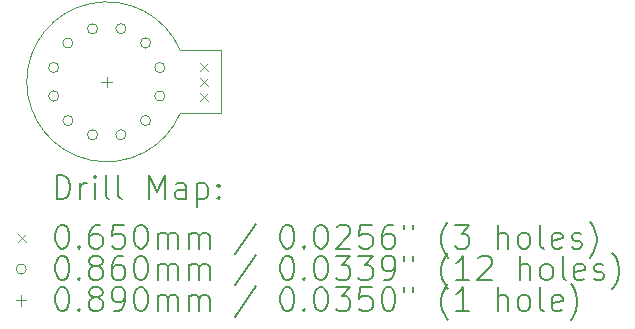
<source format=gbr>
%TF.GenerationSoftware,KiCad,Pcbnew,(6.0.8)*%
%TF.CreationDate,2023-03-18T01:03:17+01:00*%
%TF.ProjectId,ROTARY_SW,524f5441-5259-45f5-9357-2e6b69636164,rev?*%
%TF.SameCoordinates,Original*%
%TF.FileFunction,Drillmap*%
%TF.FilePolarity,Positive*%
%FSLAX45Y45*%
G04 Gerber Fmt 4.5, Leading zero omitted, Abs format (unit mm)*
G04 Created by KiCad (PCBNEW (6.0.8)) date 2023-03-18 01:03:17*
%MOMM*%
%LPD*%
G01*
G04 APERTURE LIST*
%ADD10C,0.100000*%
%ADD11C,0.200000*%
%ADD12C,0.065000*%
%ADD13C,0.086000*%
%ADD14C,0.089000*%
G04 APERTURE END LIST*
D10*
X9448800Y-3441700D02*
X9448800Y-3975100D01*
X9448800Y-3975100D02*
X9105900Y-3975100D01*
X9105900Y-3441700D02*
G75*
G03*
X9105900Y-3975100I-622300J-266700D01*
G01*
X9105900Y-3441700D02*
X9448800Y-3441700D01*
D11*
D12*
X9276600Y-3548900D02*
X9341600Y-3613900D01*
X9341600Y-3548900D02*
X9276600Y-3613900D01*
X9276600Y-3675900D02*
X9341600Y-3740900D01*
X9341600Y-3675900D02*
X9276600Y-3740900D01*
X9276600Y-3802900D02*
X9341600Y-3867900D01*
X9341600Y-3802900D02*
X9276600Y-3867900D01*
D13*
X8077444Y-3588049D02*
G75*
G03*
X8077444Y-3588049I-43000J0D01*
G01*
X8077444Y-3828751D02*
G75*
G03*
X8077444Y-3828751I-43000J0D01*
G01*
X8197795Y-3379595D02*
G75*
G03*
X8197795Y-3379595I-43000J0D01*
G01*
X8197795Y-4037205D02*
G75*
G03*
X8197795Y-4037205I-43000J0D01*
G01*
X8406249Y-3259244D02*
G75*
G03*
X8406249Y-3259244I-43000J0D01*
G01*
X8406249Y-4157556D02*
G75*
G03*
X8406249Y-4157556I-43000J0D01*
G01*
X8646951Y-3259244D02*
G75*
G03*
X8646951Y-3259244I-43000J0D01*
G01*
X8646951Y-4157556D02*
G75*
G03*
X8646951Y-4157556I-43000J0D01*
G01*
X8855405Y-3379595D02*
G75*
G03*
X8855405Y-3379595I-43000J0D01*
G01*
X8855405Y-4037205D02*
G75*
G03*
X8855405Y-4037205I-43000J0D01*
G01*
X8975756Y-3588049D02*
G75*
G03*
X8975756Y-3588049I-43000J0D01*
G01*
X8975756Y-3828751D02*
G75*
G03*
X8975756Y-3828751I-43000J0D01*
G01*
D14*
X8483600Y-3663900D02*
X8483600Y-3752900D01*
X8439100Y-3708400D02*
X8528100Y-3708400D01*
D11*
X8059177Y-4700918D02*
X8059177Y-4500918D01*
X8106796Y-4500918D01*
X8135367Y-4510442D01*
X8154415Y-4529490D01*
X8163939Y-4548537D01*
X8173462Y-4586633D01*
X8173462Y-4615204D01*
X8163939Y-4653299D01*
X8154415Y-4672347D01*
X8135367Y-4691395D01*
X8106796Y-4700918D01*
X8059177Y-4700918D01*
X8259177Y-4700918D02*
X8259177Y-4567585D01*
X8259177Y-4605680D02*
X8268701Y-4586633D01*
X8278224Y-4577109D01*
X8297272Y-4567585D01*
X8316320Y-4567585D01*
X8382986Y-4700918D02*
X8382986Y-4567585D01*
X8382986Y-4500918D02*
X8373462Y-4510442D01*
X8382986Y-4519966D01*
X8392510Y-4510442D01*
X8382986Y-4500918D01*
X8382986Y-4519966D01*
X8506796Y-4700918D02*
X8487748Y-4691395D01*
X8478224Y-4672347D01*
X8478224Y-4500918D01*
X8611558Y-4700918D02*
X8592510Y-4691395D01*
X8582986Y-4672347D01*
X8582986Y-4500918D01*
X8840129Y-4700918D02*
X8840129Y-4500918D01*
X8906796Y-4643776D01*
X8973463Y-4500918D01*
X8973463Y-4700918D01*
X9154415Y-4700918D02*
X9154415Y-4596156D01*
X9144891Y-4577109D01*
X9125844Y-4567585D01*
X9087748Y-4567585D01*
X9068701Y-4577109D01*
X9154415Y-4691395D02*
X9135367Y-4700918D01*
X9087748Y-4700918D01*
X9068701Y-4691395D01*
X9059177Y-4672347D01*
X9059177Y-4653299D01*
X9068701Y-4634252D01*
X9087748Y-4624728D01*
X9135367Y-4624728D01*
X9154415Y-4615204D01*
X9249653Y-4567585D02*
X9249653Y-4767585D01*
X9249653Y-4577109D02*
X9268701Y-4567585D01*
X9306796Y-4567585D01*
X9325844Y-4577109D01*
X9335367Y-4586633D01*
X9344891Y-4605680D01*
X9344891Y-4662823D01*
X9335367Y-4681871D01*
X9325844Y-4691395D01*
X9306796Y-4700918D01*
X9268701Y-4700918D01*
X9249653Y-4691395D01*
X9430605Y-4681871D02*
X9440129Y-4691395D01*
X9430605Y-4700918D01*
X9421082Y-4691395D01*
X9430605Y-4681871D01*
X9430605Y-4700918D01*
X9430605Y-4577109D02*
X9440129Y-4586633D01*
X9430605Y-4596156D01*
X9421082Y-4586633D01*
X9430605Y-4577109D01*
X9430605Y-4596156D01*
D12*
X7736558Y-4997942D02*
X7801558Y-5062942D01*
X7801558Y-4997942D02*
X7736558Y-5062942D01*
D11*
X8097272Y-4920918D02*
X8116320Y-4920918D01*
X8135367Y-4930442D01*
X8144891Y-4939966D01*
X8154415Y-4959014D01*
X8163939Y-4997109D01*
X8163939Y-5044728D01*
X8154415Y-5082823D01*
X8144891Y-5101871D01*
X8135367Y-5111395D01*
X8116320Y-5120918D01*
X8097272Y-5120918D01*
X8078224Y-5111395D01*
X8068701Y-5101871D01*
X8059177Y-5082823D01*
X8049653Y-5044728D01*
X8049653Y-4997109D01*
X8059177Y-4959014D01*
X8068701Y-4939966D01*
X8078224Y-4930442D01*
X8097272Y-4920918D01*
X8249653Y-5101871D02*
X8259177Y-5111395D01*
X8249653Y-5120918D01*
X8240129Y-5111395D01*
X8249653Y-5101871D01*
X8249653Y-5120918D01*
X8430605Y-4920918D02*
X8392510Y-4920918D01*
X8373462Y-4930442D01*
X8363939Y-4939966D01*
X8344891Y-4968537D01*
X8335367Y-5006633D01*
X8335367Y-5082823D01*
X8344891Y-5101871D01*
X8354415Y-5111395D01*
X8373462Y-5120918D01*
X8411558Y-5120918D01*
X8430605Y-5111395D01*
X8440129Y-5101871D01*
X8449653Y-5082823D01*
X8449653Y-5035204D01*
X8440129Y-5016156D01*
X8430605Y-5006633D01*
X8411558Y-4997109D01*
X8373462Y-4997109D01*
X8354415Y-5006633D01*
X8344891Y-5016156D01*
X8335367Y-5035204D01*
X8630605Y-4920918D02*
X8535367Y-4920918D01*
X8525844Y-5016156D01*
X8535367Y-5006633D01*
X8554415Y-4997109D01*
X8602034Y-4997109D01*
X8621082Y-5006633D01*
X8630605Y-5016156D01*
X8640129Y-5035204D01*
X8640129Y-5082823D01*
X8630605Y-5101871D01*
X8621082Y-5111395D01*
X8602034Y-5120918D01*
X8554415Y-5120918D01*
X8535367Y-5111395D01*
X8525844Y-5101871D01*
X8763939Y-4920918D02*
X8782986Y-4920918D01*
X8802034Y-4930442D01*
X8811558Y-4939966D01*
X8821082Y-4959014D01*
X8830605Y-4997109D01*
X8830605Y-5044728D01*
X8821082Y-5082823D01*
X8811558Y-5101871D01*
X8802034Y-5111395D01*
X8782986Y-5120918D01*
X8763939Y-5120918D01*
X8744891Y-5111395D01*
X8735367Y-5101871D01*
X8725844Y-5082823D01*
X8716320Y-5044728D01*
X8716320Y-4997109D01*
X8725844Y-4959014D01*
X8735367Y-4939966D01*
X8744891Y-4930442D01*
X8763939Y-4920918D01*
X8916320Y-5120918D02*
X8916320Y-4987585D01*
X8916320Y-5006633D02*
X8925844Y-4997109D01*
X8944891Y-4987585D01*
X8973463Y-4987585D01*
X8992510Y-4997109D01*
X9002034Y-5016156D01*
X9002034Y-5120918D01*
X9002034Y-5016156D02*
X9011558Y-4997109D01*
X9030605Y-4987585D01*
X9059177Y-4987585D01*
X9078224Y-4997109D01*
X9087748Y-5016156D01*
X9087748Y-5120918D01*
X9182986Y-5120918D02*
X9182986Y-4987585D01*
X9182986Y-5006633D02*
X9192510Y-4997109D01*
X9211558Y-4987585D01*
X9240129Y-4987585D01*
X9259177Y-4997109D01*
X9268701Y-5016156D01*
X9268701Y-5120918D01*
X9268701Y-5016156D02*
X9278224Y-4997109D01*
X9297272Y-4987585D01*
X9325844Y-4987585D01*
X9344891Y-4997109D01*
X9354415Y-5016156D01*
X9354415Y-5120918D01*
X9744891Y-4911395D02*
X9573463Y-5168537D01*
X10002034Y-4920918D02*
X10021082Y-4920918D01*
X10040129Y-4930442D01*
X10049653Y-4939966D01*
X10059177Y-4959014D01*
X10068701Y-4997109D01*
X10068701Y-5044728D01*
X10059177Y-5082823D01*
X10049653Y-5101871D01*
X10040129Y-5111395D01*
X10021082Y-5120918D01*
X10002034Y-5120918D01*
X9982986Y-5111395D01*
X9973463Y-5101871D01*
X9963939Y-5082823D01*
X9954415Y-5044728D01*
X9954415Y-4997109D01*
X9963939Y-4959014D01*
X9973463Y-4939966D01*
X9982986Y-4930442D01*
X10002034Y-4920918D01*
X10154415Y-5101871D02*
X10163939Y-5111395D01*
X10154415Y-5120918D01*
X10144891Y-5111395D01*
X10154415Y-5101871D01*
X10154415Y-5120918D01*
X10287748Y-4920918D02*
X10306796Y-4920918D01*
X10325844Y-4930442D01*
X10335367Y-4939966D01*
X10344891Y-4959014D01*
X10354415Y-4997109D01*
X10354415Y-5044728D01*
X10344891Y-5082823D01*
X10335367Y-5101871D01*
X10325844Y-5111395D01*
X10306796Y-5120918D01*
X10287748Y-5120918D01*
X10268701Y-5111395D01*
X10259177Y-5101871D01*
X10249653Y-5082823D01*
X10240129Y-5044728D01*
X10240129Y-4997109D01*
X10249653Y-4959014D01*
X10259177Y-4939966D01*
X10268701Y-4930442D01*
X10287748Y-4920918D01*
X10430605Y-4939966D02*
X10440129Y-4930442D01*
X10459177Y-4920918D01*
X10506796Y-4920918D01*
X10525844Y-4930442D01*
X10535367Y-4939966D01*
X10544891Y-4959014D01*
X10544891Y-4978061D01*
X10535367Y-5006633D01*
X10421082Y-5120918D01*
X10544891Y-5120918D01*
X10725844Y-4920918D02*
X10630605Y-4920918D01*
X10621082Y-5016156D01*
X10630605Y-5006633D01*
X10649653Y-4997109D01*
X10697272Y-4997109D01*
X10716320Y-5006633D01*
X10725844Y-5016156D01*
X10735367Y-5035204D01*
X10735367Y-5082823D01*
X10725844Y-5101871D01*
X10716320Y-5111395D01*
X10697272Y-5120918D01*
X10649653Y-5120918D01*
X10630605Y-5111395D01*
X10621082Y-5101871D01*
X10906796Y-4920918D02*
X10868701Y-4920918D01*
X10849653Y-4930442D01*
X10840129Y-4939966D01*
X10821082Y-4968537D01*
X10811558Y-5006633D01*
X10811558Y-5082823D01*
X10821082Y-5101871D01*
X10830605Y-5111395D01*
X10849653Y-5120918D01*
X10887748Y-5120918D01*
X10906796Y-5111395D01*
X10916320Y-5101871D01*
X10925844Y-5082823D01*
X10925844Y-5035204D01*
X10916320Y-5016156D01*
X10906796Y-5006633D01*
X10887748Y-4997109D01*
X10849653Y-4997109D01*
X10830605Y-5006633D01*
X10821082Y-5016156D01*
X10811558Y-5035204D01*
X11002034Y-4920918D02*
X11002034Y-4959014D01*
X11078224Y-4920918D02*
X11078224Y-4959014D01*
X11373462Y-5197109D02*
X11363939Y-5187585D01*
X11344891Y-5159014D01*
X11335367Y-5139966D01*
X11325843Y-5111395D01*
X11316320Y-5063776D01*
X11316320Y-5025680D01*
X11325843Y-4978061D01*
X11335367Y-4949490D01*
X11344891Y-4930442D01*
X11363939Y-4901871D01*
X11373462Y-4892347D01*
X11430605Y-4920918D02*
X11554415Y-4920918D01*
X11487748Y-4997109D01*
X11516320Y-4997109D01*
X11535367Y-5006633D01*
X11544891Y-5016156D01*
X11554415Y-5035204D01*
X11554415Y-5082823D01*
X11544891Y-5101871D01*
X11535367Y-5111395D01*
X11516320Y-5120918D01*
X11459177Y-5120918D01*
X11440129Y-5111395D01*
X11430605Y-5101871D01*
X11792510Y-5120918D02*
X11792510Y-4920918D01*
X11878224Y-5120918D02*
X11878224Y-5016156D01*
X11868701Y-4997109D01*
X11849653Y-4987585D01*
X11821082Y-4987585D01*
X11802034Y-4997109D01*
X11792510Y-5006633D01*
X12002034Y-5120918D02*
X11982986Y-5111395D01*
X11973462Y-5101871D01*
X11963939Y-5082823D01*
X11963939Y-5025680D01*
X11973462Y-5006633D01*
X11982986Y-4997109D01*
X12002034Y-4987585D01*
X12030605Y-4987585D01*
X12049653Y-4997109D01*
X12059177Y-5006633D01*
X12068701Y-5025680D01*
X12068701Y-5082823D01*
X12059177Y-5101871D01*
X12049653Y-5111395D01*
X12030605Y-5120918D01*
X12002034Y-5120918D01*
X12182986Y-5120918D02*
X12163939Y-5111395D01*
X12154415Y-5092347D01*
X12154415Y-4920918D01*
X12335367Y-5111395D02*
X12316320Y-5120918D01*
X12278224Y-5120918D01*
X12259177Y-5111395D01*
X12249653Y-5092347D01*
X12249653Y-5016156D01*
X12259177Y-4997109D01*
X12278224Y-4987585D01*
X12316320Y-4987585D01*
X12335367Y-4997109D01*
X12344891Y-5016156D01*
X12344891Y-5035204D01*
X12249653Y-5054252D01*
X12421082Y-5111395D02*
X12440129Y-5120918D01*
X12478224Y-5120918D01*
X12497272Y-5111395D01*
X12506796Y-5092347D01*
X12506796Y-5082823D01*
X12497272Y-5063776D01*
X12478224Y-5054252D01*
X12449653Y-5054252D01*
X12430605Y-5044728D01*
X12421082Y-5025680D01*
X12421082Y-5016156D01*
X12430605Y-4997109D01*
X12449653Y-4987585D01*
X12478224Y-4987585D01*
X12497272Y-4997109D01*
X12573462Y-5197109D02*
X12582986Y-5187585D01*
X12602034Y-5159014D01*
X12611558Y-5139966D01*
X12621082Y-5111395D01*
X12630605Y-5063776D01*
X12630605Y-5025680D01*
X12621082Y-4978061D01*
X12611558Y-4949490D01*
X12602034Y-4930442D01*
X12582986Y-4901871D01*
X12573462Y-4892347D01*
D13*
X7801558Y-5294442D02*
G75*
G03*
X7801558Y-5294442I-43000J0D01*
G01*
D11*
X8097272Y-5184918D02*
X8116320Y-5184918D01*
X8135367Y-5194442D01*
X8144891Y-5203966D01*
X8154415Y-5223014D01*
X8163939Y-5261109D01*
X8163939Y-5308728D01*
X8154415Y-5346823D01*
X8144891Y-5365871D01*
X8135367Y-5375395D01*
X8116320Y-5384918D01*
X8097272Y-5384918D01*
X8078224Y-5375395D01*
X8068701Y-5365871D01*
X8059177Y-5346823D01*
X8049653Y-5308728D01*
X8049653Y-5261109D01*
X8059177Y-5223014D01*
X8068701Y-5203966D01*
X8078224Y-5194442D01*
X8097272Y-5184918D01*
X8249653Y-5365871D02*
X8259177Y-5375395D01*
X8249653Y-5384918D01*
X8240129Y-5375395D01*
X8249653Y-5365871D01*
X8249653Y-5384918D01*
X8373462Y-5270633D02*
X8354415Y-5261109D01*
X8344891Y-5251585D01*
X8335367Y-5232537D01*
X8335367Y-5223014D01*
X8344891Y-5203966D01*
X8354415Y-5194442D01*
X8373462Y-5184918D01*
X8411558Y-5184918D01*
X8430605Y-5194442D01*
X8440129Y-5203966D01*
X8449653Y-5223014D01*
X8449653Y-5232537D01*
X8440129Y-5251585D01*
X8430605Y-5261109D01*
X8411558Y-5270633D01*
X8373462Y-5270633D01*
X8354415Y-5280156D01*
X8344891Y-5289680D01*
X8335367Y-5308728D01*
X8335367Y-5346823D01*
X8344891Y-5365871D01*
X8354415Y-5375395D01*
X8373462Y-5384918D01*
X8411558Y-5384918D01*
X8430605Y-5375395D01*
X8440129Y-5365871D01*
X8449653Y-5346823D01*
X8449653Y-5308728D01*
X8440129Y-5289680D01*
X8430605Y-5280156D01*
X8411558Y-5270633D01*
X8621082Y-5184918D02*
X8582986Y-5184918D01*
X8563939Y-5194442D01*
X8554415Y-5203966D01*
X8535367Y-5232537D01*
X8525844Y-5270633D01*
X8525844Y-5346823D01*
X8535367Y-5365871D01*
X8544891Y-5375395D01*
X8563939Y-5384918D01*
X8602034Y-5384918D01*
X8621082Y-5375395D01*
X8630605Y-5365871D01*
X8640129Y-5346823D01*
X8640129Y-5299204D01*
X8630605Y-5280156D01*
X8621082Y-5270633D01*
X8602034Y-5261109D01*
X8563939Y-5261109D01*
X8544891Y-5270633D01*
X8535367Y-5280156D01*
X8525844Y-5299204D01*
X8763939Y-5184918D02*
X8782986Y-5184918D01*
X8802034Y-5194442D01*
X8811558Y-5203966D01*
X8821082Y-5223014D01*
X8830605Y-5261109D01*
X8830605Y-5308728D01*
X8821082Y-5346823D01*
X8811558Y-5365871D01*
X8802034Y-5375395D01*
X8782986Y-5384918D01*
X8763939Y-5384918D01*
X8744891Y-5375395D01*
X8735367Y-5365871D01*
X8725844Y-5346823D01*
X8716320Y-5308728D01*
X8716320Y-5261109D01*
X8725844Y-5223014D01*
X8735367Y-5203966D01*
X8744891Y-5194442D01*
X8763939Y-5184918D01*
X8916320Y-5384918D02*
X8916320Y-5251585D01*
X8916320Y-5270633D02*
X8925844Y-5261109D01*
X8944891Y-5251585D01*
X8973463Y-5251585D01*
X8992510Y-5261109D01*
X9002034Y-5280156D01*
X9002034Y-5384918D01*
X9002034Y-5280156D02*
X9011558Y-5261109D01*
X9030605Y-5251585D01*
X9059177Y-5251585D01*
X9078224Y-5261109D01*
X9087748Y-5280156D01*
X9087748Y-5384918D01*
X9182986Y-5384918D02*
X9182986Y-5251585D01*
X9182986Y-5270633D02*
X9192510Y-5261109D01*
X9211558Y-5251585D01*
X9240129Y-5251585D01*
X9259177Y-5261109D01*
X9268701Y-5280156D01*
X9268701Y-5384918D01*
X9268701Y-5280156D02*
X9278224Y-5261109D01*
X9297272Y-5251585D01*
X9325844Y-5251585D01*
X9344891Y-5261109D01*
X9354415Y-5280156D01*
X9354415Y-5384918D01*
X9744891Y-5175395D02*
X9573463Y-5432537D01*
X10002034Y-5184918D02*
X10021082Y-5184918D01*
X10040129Y-5194442D01*
X10049653Y-5203966D01*
X10059177Y-5223014D01*
X10068701Y-5261109D01*
X10068701Y-5308728D01*
X10059177Y-5346823D01*
X10049653Y-5365871D01*
X10040129Y-5375395D01*
X10021082Y-5384918D01*
X10002034Y-5384918D01*
X9982986Y-5375395D01*
X9973463Y-5365871D01*
X9963939Y-5346823D01*
X9954415Y-5308728D01*
X9954415Y-5261109D01*
X9963939Y-5223014D01*
X9973463Y-5203966D01*
X9982986Y-5194442D01*
X10002034Y-5184918D01*
X10154415Y-5365871D02*
X10163939Y-5375395D01*
X10154415Y-5384918D01*
X10144891Y-5375395D01*
X10154415Y-5365871D01*
X10154415Y-5384918D01*
X10287748Y-5184918D02*
X10306796Y-5184918D01*
X10325844Y-5194442D01*
X10335367Y-5203966D01*
X10344891Y-5223014D01*
X10354415Y-5261109D01*
X10354415Y-5308728D01*
X10344891Y-5346823D01*
X10335367Y-5365871D01*
X10325844Y-5375395D01*
X10306796Y-5384918D01*
X10287748Y-5384918D01*
X10268701Y-5375395D01*
X10259177Y-5365871D01*
X10249653Y-5346823D01*
X10240129Y-5308728D01*
X10240129Y-5261109D01*
X10249653Y-5223014D01*
X10259177Y-5203966D01*
X10268701Y-5194442D01*
X10287748Y-5184918D01*
X10421082Y-5184918D02*
X10544891Y-5184918D01*
X10478224Y-5261109D01*
X10506796Y-5261109D01*
X10525844Y-5270633D01*
X10535367Y-5280156D01*
X10544891Y-5299204D01*
X10544891Y-5346823D01*
X10535367Y-5365871D01*
X10525844Y-5375395D01*
X10506796Y-5384918D01*
X10449653Y-5384918D01*
X10430605Y-5375395D01*
X10421082Y-5365871D01*
X10611558Y-5184918D02*
X10735367Y-5184918D01*
X10668701Y-5261109D01*
X10697272Y-5261109D01*
X10716320Y-5270633D01*
X10725844Y-5280156D01*
X10735367Y-5299204D01*
X10735367Y-5346823D01*
X10725844Y-5365871D01*
X10716320Y-5375395D01*
X10697272Y-5384918D01*
X10640129Y-5384918D01*
X10621082Y-5375395D01*
X10611558Y-5365871D01*
X10830605Y-5384918D02*
X10868701Y-5384918D01*
X10887748Y-5375395D01*
X10897272Y-5365871D01*
X10916320Y-5337299D01*
X10925844Y-5299204D01*
X10925844Y-5223014D01*
X10916320Y-5203966D01*
X10906796Y-5194442D01*
X10887748Y-5184918D01*
X10849653Y-5184918D01*
X10830605Y-5194442D01*
X10821082Y-5203966D01*
X10811558Y-5223014D01*
X10811558Y-5270633D01*
X10821082Y-5289680D01*
X10830605Y-5299204D01*
X10849653Y-5308728D01*
X10887748Y-5308728D01*
X10906796Y-5299204D01*
X10916320Y-5289680D01*
X10925844Y-5270633D01*
X11002034Y-5184918D02*
X11002034Y-5223014D01*
X11078224Y-5184918D02*
X11078224Y-5223014D01*
X11373462Y-5461109D02*
X11363939Y-5451585D01*
X11344891Y-5423014D01*
X11335367Y-5403966D01*
X11325843Y-5375395D01*
X11316320Y-5327776D01*
X11316320Y-5289680D01*
X11325843Y-5242061D01*
X11335367Y-5213490D01*
X11344891Y-5194442D01*
X11363939Y-5165871D01*
X11373462Y-5156347D01*
X11554415Y-5384918D02*
X11440129Y-5384918D01*
X11497272Y-5384918D02*
X11497272Y-5184918D01*
X11478224Y-5213490D01*
X11459177Y-5232537D01*
X11440129Y-5242061D01*
X11630605Y-5203966D02*
X11640129Y-5194442D01*
X11659177Y-5184918D01*
X11706796Y-5184918D01*
X11725843Y-5194442D01*
X11735367Y-5203966D01*
X11744891Y-5223014D01*
X11744891Y-5242061D01*
X11735367Y-5270633D01*
X11621082Y-5384918D01*
X11744891Y-5384918D01*
X11982986Y-5384918D02*
X11982986Y-5184918D01*
X12068701Y-5384918D02*
X12068701Y-5280156D01*
X12059177Y-5261109D01*
X12040129Y-5251585D01*
X12011558Y-5251585D01*
X11992510Y-5261109D01*
X11982986Y-5270633D01*
X12192510Y-5384918D02*
X12173462Y-5375395D01*
X12163939Y-5365871D01*
X12154415Y-5346823D01*
X12154415Y-5289680D01*
X12163939Y-5270633D01*
X12173462Y-5261109D01*
X12192510Y-5251585D01*
X12221082Y-5251585D01*
X12240129Y-5261109D01*
X12249653Y-5270633D01*
X12259177Y-5289680D01*
X12259177Y-5346823D01*
X12249653Y-5365871D01*
X12240129Y-5375395D01*
X12221082Y-5384918D01*
X12192510Y-5384918D01*
X12373462Y-5384918D02*
X12354415Y-5375395D01*
X12344891Y-5356347D01*
X12344891Y-5184918D01*
X12525843Y-5375395D02*
X12506796Y-5384918D01*
X12468701Y-5384918D01*
X12449653Y-5375395D01*
X12440129Y-5356347D01*
X12440129Y-5280156D01*
X12449653Y-5261109D01*
X12468701Y-5251585D01*
X12506796Y-5251585D01*
X12525843Y-5261109D01*
X12535367Y-5280156D01*
X12535367Y-5299204D01*
X12440129Y-5318252D01*
X12611558Y-5375395D02*
X12630605Y-5384918D01*
X12668701Y-5384918D01*
X12687748Y-5375395D01*
X12697272Y-5356347D01*
X12697272Y-5346823D01*
X12687748Y-5327776D01*
X12668701Y-5318252D01*
X12640129Y-5318252D01*
X12621082Y-5308728D01*
X12611558Y-5289680D01*
X12611558Y-5280156D01*
X12621082Y-5261109D01*
X12640129Y-5251585D01*
X12668701Y-5251585D01*
X12687748Y-5261109D01*
X12763939Y-5461109D02*
X12773462Y-5451585D01*
X12792510Y-5423014D01*
X12802034Y-5403966D01*
X12811558Y-5375395D01*
X12821082Y-5327776D01*
X12821082Y-5289680D01*
X12811558Y-5242061D01*
X12802034Y-5213490D01*
X12792510Y-5194442D01*
X12773462Y-5165871D01*
X12763939Y-5156347D01*
D14*
X7757058Y-5513942D02*
X7757058Y-5602942D01*
X7712558Y-5558442D02*
X7801558Y-5558442D01*
D11*
X8097272Y-5448918D02*
X8116320Y-5448918D01*
X8135367Y-5458442D01*
X8144891Y-5467966D01*
X8154415Y-5487014D01*
X8163939Y-5525109D01*
X8163939Y-5572728D01*
X8154415Y-5610823D01*
X8144891Y-5629871D01*
X8135367Y-5639394D01*
X8116320Y-5648918D01*
X8097272Y-5648918D01*
X8078224Y-5639394D01*
X8068701Y-5629871D01*
X8059177Y-5610823D01*
X8049653Y-5572728D01*
X8049653Y-5525109D01*
X8059177Y-5487014D01*
X8068701Y-5467966D01*
X8078224Y-5458442D01*
X8097272Y-5448918D01*
X8249653Y-5629871D02*
X8259177Y-5639394D01*
X8249653Y-5648918D01*
X8240129Y-5639394D01*
X8249653Y-5629871D01*
X8249653Y-5648918D01*
X8373462Y-5534633D02*
X8354415Y-5525109D01*
X8344891Y-5515585D01*
X8335367Y-5496537D01*
X8335367Y-5487014D01*
X8344891Y-5467966D01*
X8354415Y-5458442D01*
X8373462Y-5448918D01*
X8411558Y-5448918D01*
X8430605Y-5458442D01*
X8440129Y-5467966D01*
X8449653Y-5487014D01*
X8449653Y-5496537D01*
X8440129Y-5515585D01*
X8430605Y-5525109D01*
X8411558Y-5534633D01*
X8373462Y-5534633D01*
X8354415Y-5544156D01*
X8344891Y-5553680D01*
X8335367Y-5572728D01*
X8335367Y-5610823D01*
X8344891Y-5629871D01*
X8354415Y-5639394D01*
X8373462Y-5648918D01*
X8411558Y-5648918D01*
X8430605Y-5639394D01*
X8440129Y-5629871D01*
X8449653Y-5610823D01*
X8449653Y-5572728D01*
X8440129Y-5553680D01*
X8430605Y-5544156D01*
X8411558Y-5534633D01*
X8544891Y-5648918D02*
X8582986Y-5648918D01*
X8602034Y-5639394D01*
X8611558Y-5629871D01*
X8630605Y-5601299D01*
X8640129Y-5563204D01*
X8640129Y-5487014D01*
X8630605Y-5467966D01*
X8621082Y-5458442D01*
X8602034Y-5448918D01*
X8563939Y-5448918D01*
X8544891Y-5458442D01*
X8535367Y-5467966D01*
X8525844Y-5487014D01*
X8525844Y-5534633D01*
X8535367Y-5553680D01*
X8544891Y-5563204D01*
X8563939Y-5572728D01*
X8602034Y-5572728D01*
X8621082Y-5563204D01*
X8630605Y-5553680D01*
X8640129Y-5534633D01*
X8763939Y-5448918D02*
X8782986Y-5448918D01*
X8802034Y-5458442D01*
X8811558Y-5467966D01*
X8821082Y-5487014D01*
X8830605Y-5525109D01*
X8830605Y-5572728D01*
X8821082Y-5610823D01*
X8811558Y-5629871D01*
X8802034Y-5639394D01*
X8782986Y-5648918D01*
X8763939Y-5648918D01*
X8744891Y-5639394D01*
X8735367Y-5629871D01*
X8725844Y-5610823D01*
X8716320Y-5572728D01*
X8716320Y-5525109D01*
X8725844Y-5487014D01*
X8735367Y-5467966D01*
X8744891Y-5458442D01*
X8763939Y-5448918D01*
X8916320Y-5648918D02*
X8916320Y-5515585D01*
X8916320Y-5534633D02*
X8925844Y-5525109D01*
X8944891Y-5515585D01*
X8973463Y-5515585D01*
X8992510Y-5525109D01*
X9002034Y-5544156D01*
X9002034Y-5648918D01*
X9002034Y-5544156D02*
X9011558Y-5525109D01*
X9030605Y-5515585D01*
X9059177Y-5515585D01*
X9078224Y-5525109D01*
X9087748Y-5544156D01*
X9087748Y-5648918D01*
X9182986Y-5648918D02*
X9182986Y-5515585D01*
X9182986Y-5534633D02*
X9192510Y-5525109D01*
X9211558Y-5515585D01*
X9240129Y-5515585D01*
X9259177Y-5525109D01*
X9268701Y-5544156D01*
X9268701Y-5648918D01*
X9268701Y-5544156D02*
X9278224Y-5525109D01*
X9297272Y-5515585D01*
X9325844Y-5515585D01*
X9344891Y-5525109D01*
X9354415Y-5544156D01*
X9354415Y-5648918D01*
X9744891Y-5439395D02*
X9573463Y-5696537D01*
X10002034Y-5448918D02*
X10021082Y-5448918D01*
X10040129Y-5458442D01*
X10049653Y-5467966D01*
X10059177Y-5487014D01*
X10068701Y-5525109D01*
X10068701Y-5572728D01*
X10059177Y-5610823D01*
X10049653Y-5629871D01*
X10040129Y-5639394D01*
X10021082Y-5648918D01*
X10002034Y-5648918D01*
X9982986Y-5639394D01*
X9973463Y-5629871D01*
X9963939Y-5610823D01*
X9954415Y-5572728D01*
X9954415Y-5525109D01*
X9963939Y-5487014D01*
X9973463Y-5467966D01*
X9982986Y-5458442D01*
X10002034Y-5448918D01*
X10154415Y-5629871D02*
X10163939Y-5639394D01*
X10154415Y-5648918D01*
X10144891Y-5639394D01*
X10154415Y-5629871D01*
X10154415Y-5648918D01*
X10287748Y-5448918D02*
X10306796Y-5448918D01*
X10325844Y-5458442D01*
X10335367Y-5467966D01*
X10344891Y-5487014D01*
X10354415Y-5525109D01*
X10354415Y-5572728D01*
X10344891Y-5610823D01*
X10335367Y-5629871D01*
X10325844Y-5639394D01*
X10306796Y-5648918D01*
X10287748Y-5648918D01*
X10268701Y-5639394D01*
X10259177Y-5629871D01*
X10249653Y-5610823D01*
X10240129Y-5572728D01*
X10240129Y-5525109D01*
X10249653Y-5487014D01*
X10259177Y-5467966D01*
X10268701Y-5458442D01*
X10287748Y-5448918D01*
X10421082Y-5448918D02*
X10544891Y-5448918D01*
X10478224Y-5525109D01*
X10506796Y-5525109D01*
X10525844Y-5534633D01*
X10535367Y-5544156D01*
X10544891Y-5563204D01*
X10544891Y-5610823D01*
X10535367Y-5629871D01*
X10525844Y-5639394D01*
X10506796Y-5648918D01*
X10449653Y-5648918D01*
X10430605Y-5639394D01*
X10421082Y-5629871D01*
X10725844Y-5448918D02*
X10630605Y-5448918D01*
X10621082Y-5544156D01*
X10630605Y-5534633D01*
X10649653Y-5525109D01*
X10697272Y-5525109D01*
X10716320Y-5534633D01*
X10725844Y-5544156D01*
X10735367Y-5563204D01*
X10735367Y-5610823D01*
X10725844Y-5629871D01*
X10716320Y-5639394D01*
X10697272Y-5648918D01*
X10649653Y-5648918D01*
X10630605Y-5639394D01*
X10621082Y-5629871D01*
X10859177Y-5448918D02*
X10878224Y-5448918D01*
X10897272Y-5458442D01*
X10906796Y-5467966D01*
X10916320Y-5487014D01*
X10925844Y-5525109D01*
X10925844Y-5572728D01*
X10916320Y-5610823D01*
X10906796Y-5629871D01*
X10897272Y-5639394D01*
X10878224Y-5648918D01*
X10859177Y-5648918D01*
X10840129Y-5639394D01*
X10830605Y-5629871D01*
X10821082Y-5610823D01*
X10811558Y-5572728D01*
X10811558Y-5525109D01*
X10821082Y-5487014D01*
X10830605Y-5467966D01*
X10840129Y-5458442D01*
X10859177Y-5448918D01*
X11002034Y-5448918D02*
X11002034Y-5487014D01*
X11078224Y-5448918D02*
X11078224Y-5487014D01*
X11373462Y-5725109D02*
X11363939Y-5715585D01*
X11344891Y-5687014D01*
X11335367Y-5667966D01*
X11325843Y-5639394D01*
X11316320Y-5591776D01*
X11316320Y-5553680D01*
X11325843Y-5506061D01*
X11335367Y-5477490D01*
X11344891Y-5458442D01*
X11363939Y-5429871D01*
X11373462Y-5420347D01*
X11554415Y-5648918D02*
X11440129Y-5648918D01*
X11497272Y-5648918D02*
X11497272Y-5448918D01*
X11478224Y-5477490D01*
X11459177Y-5496537D01*
X11440129Y-5506061D01*
X11792510Y-5648918D02*
X11792510Y-5448918D01*
X11878224Y-5648918D02*
X11878224Y-5544156D01*
X11868701Y-5525109D01*
X11849653Y-5515585D01*
X11821082Y-5515585D01*
X11802034Y-5525109D01*
X11792510Y-5534633D01*
X12002034Y-5648918D02*
X11982986Y-5639394D01*
X11973462Y-5629871D01*
X11963939Y-5610823D01*
X11963939Y-5553680D01*
X11973462Y-5534633D01*
X11982986Y-5525109D01*
X12002034Y-5515585D01*
X12030605Y-5515585D01*
X12049653Y-5525109D01*
X12059177Y-5534633D01*
X12068701Y-5553680D01*
X12068701Y-5610823D01*
X12059177Y-5629871D01*
X12049653Y-5639394D01*
X12030605Y-5648918D01*
X12002034Y-5648918D01*
X12182986Y-5648918D02*
X12163939Y-5639394D01*
X12154415Y-5620347D01*
X12154415Y-5448918D01*
X12335367Y-5639394D02*
X12316320Y-5648918D01*
X12278224Y-5648918D01*
X12259177Y-5639394D01*
X12249653Y-5620347D01*
X12249653Y-5544156D01*
X12259177Y-5525109D01*
X12278224Y-5515585D01*
X12316320Y-5515585D01*
X12335367Y-5525109D01*
X12344891Y-5544156D01*
X12344891Y-5563204D01*
X12249653Y-5582252D01*
X12411558Y-5725109D02*
X12421082Y-5715585D01*
X12440129Y-5687014D01*
X12449653Y-5667966D01*
X12459177Y-5639394D01*
X12468701Y-5591776D01*
X12468701Y-5553680D01*
X12459177Y-5506061D01*
X12449653Y-5477490D01*
X12440129Y-5458442D01*
X12421082Y-5429871D01*
X12411558Y-5420347D01*
M02*

</source>
